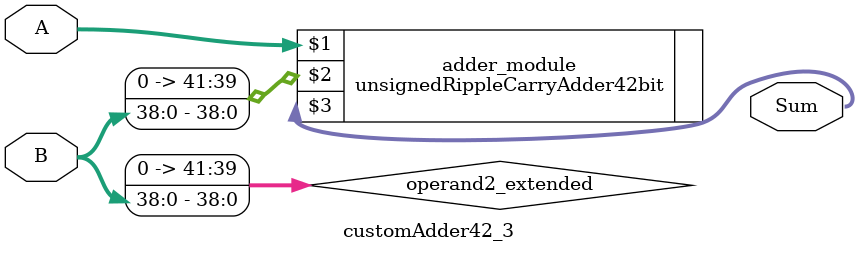
<source format=v>
module customAdder42_3(
                        input [41 : 0] A,
                        input [38 : 0] B,
                        
                        output [42 : 0] Sum
                );

        wire [41 : 0] operand2_extended;
        
        assign operand2_extended =  {3'b0, B};
        
        unsignedRippleCarryAdder42bit adder_module(
            A,
            operand2_extended,
            Sum
        );
        
        endmodule
        
</source>
